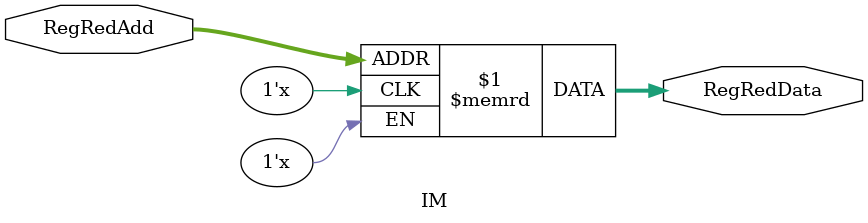
<source format=v>

module IM(input  [8:2]  RegRedAdd,
            output [31:0] RegRedData );

  reg  [31:0] rom[127:0];

  assign RegRedData = rom[RegRedAdd]; // word aligned
endmodule  


</source>
